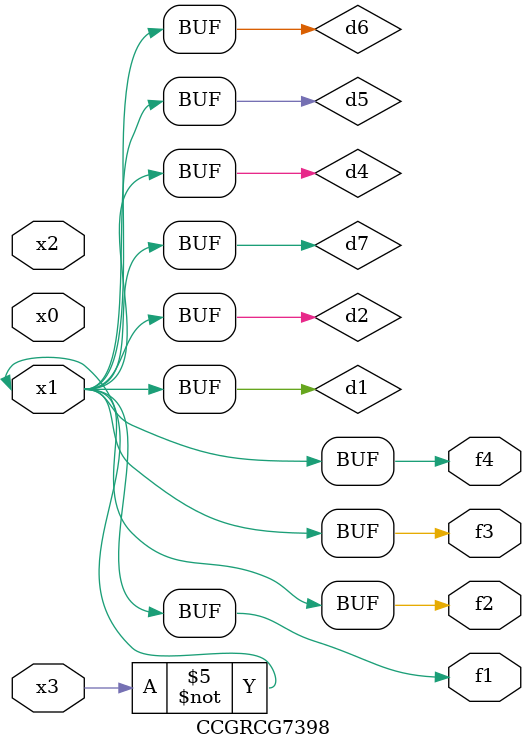
<source format=v>
module CCGRCG7398(
	input x0, x1, x2, x3,
	output f1, f2, f3, f4
);

	wire d1, d2, d3, d4, d5, d6, d7;

	not (d1, x3);
	buf (d2, x1);
	xnor (d3, d1, d2);
	nor (d4, d1);
	buf (d5, d1, d2);
	buf (d6, d4, d5);
	nand (d7, d4);
	assign f1 = d6;
	assign f2 = d7;
	assign f3 = d6;
	assign f4 = d6;
endmodule

</source>
